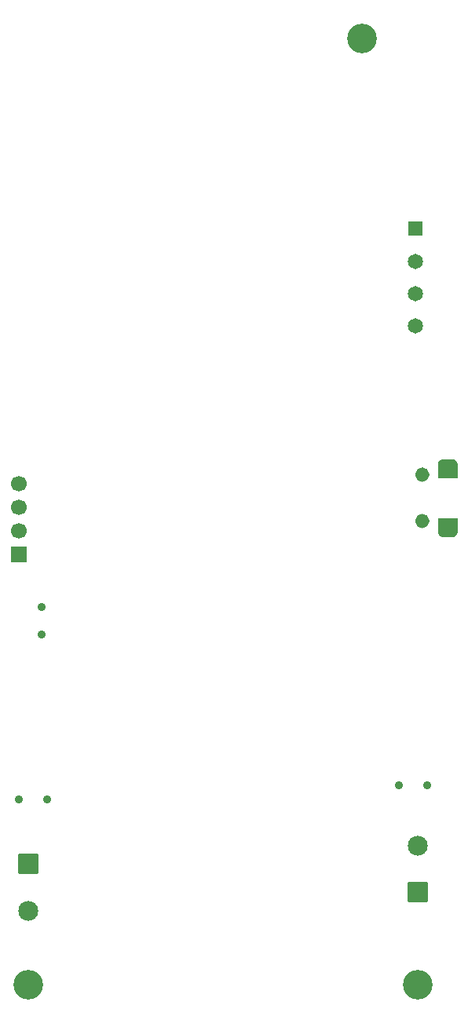
<source format=gbr>
G04 #@! TF.GenerationSoftware,KiCad,Pcbnew,9.0.4*
G04 #@! TF.CreationDate,2025-12-10T12:01:20-06:00*
G04 #@! TF.ProjectId,flightcompv2,666c6967-6874-4636-9f6d-7076322e6b69,rev?*
G04 #@! TF.SameCoordinates,Original*
G04 #@! TF.FileFunction,Soldermask,Bot*
G04 #@! TF.FilePolarity,Negative*
%FSLAX46Y46*%
G04 Gerber Fmt 4.6, Leading zero omitted, Abs format (unit mm)*
G04 Created by KiCad (PCBNEW 9.0.4) date 2025-12-10 12:01:20*
%MOMM*%
%LPD*%
G01*
G04 APERTURE LIST*
G04 Aperture macros list*
%AMRoundRect*
0 Rectangle with rounded corners*
0 $1 Rounding radius*
0 $2 $3 $4 $5 $6 $7 $8 $9 X,Y pos of 4 corners*
0 Add a 4 corners polygon primitive as box body*
4,1,4,$2,$3,$4,$5,$6,$7,$8,$9,$2,$3,0*
0 Add four circle primitives for the rounded corners*
1,1,$1+$1,$2,$3*
1,1,$1+$1,$4,$5*
1,1,$1+$1,$6,$7*
1,1,$1+$1,$8,$9*
0 Add four rect primitives between the rounded corners*
20,1,$1+$1,$2,$3,$4,$5,0*
20,1,$1+$1,$4,$5,$6,$7,0*
20,1,$1+$1,$6,$7,$8,$9,0*
20,1,$1+$1,$8,$9,$2,$3,0*%
G04 Aperture macros list end*
%ADD10C,0.788500*%
%ADD11C,0.010000*%
%ADD12C,0.900000*%
%ADD13R,1.650000X1.650000*%
%ADD14C,1.650000*%
%ADD15RoundRect,0.102000X-0.975000X0.975000X-0.975000X-0.975000X0.975000X-0.975000X0.975000X0.975000X0*%
%ADD16C,2.154000*%
%ADD17C,3.200000*%
%ADD18R,1.700000X1.700000*%
%ADD19C,1.700000*%
%ADD20RoundRect,0.102000X0.975000X-0.975000X0.975000X0.975000X-0.975000X0.975000X-0.975000X-0.975000X0*%
G04 APERTURE END LIST*
D10*
X202369250Y-88500000D02*
G75*
G02*
X201580750Y-88500000I-394250J0D01*
G01*
X201580750Y-88500000D02*
G75*
G02*
X202369250Y-88500000I394250J0D01*
G01*
X202369250Y-93500000D02*
G75*
G02*
X201580750Y-93500000I-394250J0D01*
G01*
X201580750Y-93500000D02*
G75*
G02*
X202369250Y-93500000I394250J0D01*
G01*
D11*
X205184000Y-86840000D02*
X205213000Y-86843000D01*
X205242000Y-86849000D01*
X205271000Y-86856000D01*
X205299000Y-86864000D01*
X205327000Y-86874000D01*
X205354000Y-86885000D01*
X205381000Y-86898000D01*
X205407000Y-86912000D01*
X205432000Y-86927000D01*
X205456000Y-86944000D01*
X205480000Y-86962000D01*
X205502000Y-86981000D01*
X205523000Y-87002000D01*
X205544000Y-87023000D01*
X205563000Y-87045000D01*
X205581000Y-87069000D01*
X205598000Y-87093000D01*
X205613000Y-87118000D01*
X205627000Y-87144000D01*
X205640000Y-87171000D01*
X205651000Y-87198000D01*
X205661000Y-87226000D01*
X205669000Y-87254000D01*
X205676000Y-87283000D01*
X205682000Y-87312000D01*
X205685000Y-87341000D01*
X205688000Y-87371000D01*
X205689000Y-87400000D01*
X205688500Y-88763500D01*
X205689000Y-88764000D01*
X203662000Y-88764000D01*
X203662000Y-87400000D01*
X203662000Y-87371000D01*
X203665000Y-87341000D01*
X203668000Y-87312000D01*
X203674000Y-87283000D01*
X203681000Y-87254000D01*
X203689000Y-87226000D01*
X203699000Y-87198000D01*
X203710000Y-87171000D01*
X203723000Y-87144000D01*
X203737000Y-87118000D01*
X203752000Y-87093000D01*
X203769000Y-87069000D01*
X203787000Y-87045000D01*
X203806000Y-87023000D01*
X203827000Y-87002000D01*
X203848000Y-86981000D01*
X203870000Y-86962000D01*
X203894000Y-86944000D01*
X203918000Y-86927000D01*
X203943000Y-86912000D01*
X203969000Y-86898000D01*
X203996000Y-86885000D01*
X204023000Y-86874000D01*
X204051000Y-86864000D01*
X204079000Y-86856000D01*
X204108000Y-86849000D01*
X204137000Y-86843000D01*
X204166000Y-86840000D01*
X204196000Y-86837000D01*
X204225000Y-86837000D01*
X205125000Y-86837000D01*
X205154000Y-86837000D01*
X205184000Y-86840000D01*
G36*
X205184000Y-86840000D02*
G01*
X205213000Y-86843000D01*
X205242000Y-86849000D01*
X205271000Y-86856000D01*
X205299000Y-86864000D01*
X205327000Y-86874000D01*
X205354000Y-86885000D01*
X205381000Y-86898000D01*
X205407000Y-86912000D01*
X205432000Y-86927000D01*
X205456000Y-86944000D01*
X205480000Y-86962000D01*
X205502000Y-86981000D01*
X205523000Y-87002000D01*
X205544000Y-87023000D01*
X205563000Y-87045000D01*
X205581000Y-87069000D01*
X205598000Y-87093000D01*
X205613000Y-87118000D01*
X205627000Y-87144000D01*
X205640000Y-87171000D01*
X205651000Y-87198000D01*
X205661000Y-87226000D01*
X205669000Y-87254000D01*
X205676000Y-87283000D01*
X205682000Y-87312000D01*
X205685000Y-87341000D01*
X205688000Y-87371000D01*
X205689000Y-87400000D01*
X205688500Y-88763500D01*
X205689000Y-88764000D01*
X203662000Y-88764000D01*
X203662000Y-87400000D01*
X203662000Y-87371000D01*
X203665000Y-87341000D01*
X203668000Y-87312000D01*
X203674000Y-87283000D01*
X203681000Y-87254000D01*
X203689000Y-87226000D01*
X203699000Y-87198000D01*
X203710000Y-87171000D01*
X203723000Y-87144000D01*
X203737000Y-87118000D01*
X203752000Y-87093000D01*
X203769000Y-87069000D01*
X203787000Y-87045000D01*
X203806000Y-87023000D01*
X203827000Y-87002000D01*
X203848000Y-86981000D01*
X203870000Y-86962000D01*
X203894000Y-86944000D01*
X203918000Y-86927000D01*
X203943000Y-86912000D01*
X203969000Y-86898000D01*
X203996000Y-86885000D01*
X204023000Y-86874000D01*
X204051000Y-86864000D01*
X204079000Y-86856000D01*
X204108000Y-86849000D01*
X204137000Y-86843000D01*
X204166000Y-86840000D01*
X204196000Y-86837000D01*
X204225000Y-86837000D01*
X205125000Y-86837000D01*
X205154000Y-86837000D01*
X205184000Y-86840000D01*
G37*
X205688500Y-93236500D02*
X205689000Y-94600000D01*
X205688000Y-94629000D01*
X205685000Y-94659000D01*
X205682000Y-94688000D01*
X205676000Y-94717000D01*
X205669000Y-94746000D01*
X205661000Y-94774000D01*
X205651000Y-94802000D01*
X205640000Y-94829000D01*
X205627000Y-94856000D01*
X205613000Y-94882000D01*
X205598000Y-94907000D01*
X205581000Y-94931000D01*
X205563000Y-94955000D01*
X205544000Y-94977000D01*
X205523000Y-94998000D01*
X205502000Y-95019000D01*
X205480000Y-95038000D01*
X205456000Y-95056000D01*
X205432000Y-95073000D01*
X205407000Y-95088000D01*
X205381000Y-95102000D01*
X205354000Y-95115000D01*
X205327000Y-95126000D01*
X205299000Y-95136000D01*
X205271000Y-95144000D01*
X205242000Y-95151000D01*
X205213000Y-95157000D01*
X205184000Y-95160000D01*
X205154000Y-95163000D01*
X205125000Y-95163000D01*
X204225000Y-95163000D01*
X204196000Y-95163000D01*
X204166000Y-95160000D01*
X204137000Y-95157000D01*
X204108000Y-95151000D01*
X204079000Y-95144000D01*
X204051000Y-95136000D01*
X204023000Y-95126000D01*
X203996000Y-95115000D01*
X203969000Y-95102000D01*
X203943000Y-95088000D01*
X203918000Y-95073000D01*
X203894000Y-95056000D01*
X203870000Y-95038000D01*
X203848000Y-95019000D01*
X203827000Y-94998000D01*
X203806000Y-94977000D01*
X203787000Y-94955000D01*
X203769000Y-94931000D01*
X203752000Y-94907000D01*
X203737000Y-94882000D01*
X203723000Y-94856000D01*
X203710000Y-94829000D01*
X203699000Y-94802000D01*
X203689000Y-94774000D01*
X203681000Y-94746000D01*
X203674000Y-94717000D01*
X203668000Y-94688000D01*
X203665000Y-94659000D01*
X203662000Y-94629000D01*
X203662000Y-94600000D01*
X203662000Y-93236000D01*
X205689000Y-93236000D01*
X205688500Y-93236500D01*
G36*
X205688500Y-93236500D02*
G01*
X205689000Y-94600000D01*
X205688000Y-94629000D01*
X205685000Y-94659000D01*
X205682000Y-94688000D01*
X205676000Y-94717000D01*
X205669000Y-94746000D01*
X205661000Y-94774000D01*
X205651000Y-94802000D01*
X205640000Y-94829000D01*
X205627000Y-94856000D01*
X205613000Y-94882000D01*
X205598000Y-94907000D01*
X205581000Y-94931000D01*
X205563000Y-94955000D01*
X205544000Y-94977000D01*
X205523000Y-94998000D01*
X205502000Y-95019000D01*
X205480000Y-95038000D01*
X205456000Y-95056000D01*
X205432000Y-95073000D01*
X205407000Y-95088000D01*
X205381000Y-95102000D01*
X205354000Y-95115000D01*
X205327000Y-95126000D01*
X205299000Y-95136000D01*
X205271000Y-95144000D01*
X205242000Y-95151000D01*
X205213000Y-95157000D01*
X205184000Y-95160000D01*
X205154000Y-95163000D01*
X205125000Y-95163000D01*
X204225000Y-95163000D01*
X204196000Y-95163000D01*
X204166000Y-95160000D01*
X204137000Y-95157000D01*
X204108000Y-95151000D01*
X204079000Y-95144000D01*
X204051000Y-95136000D01*
X204023000Y-95126000D01*
X203996000Y-95115000D01*
X203969000Y-95102000D01*
X203943000Y-95088000D01*
X203918000Y-95073000D01*
X203894000Y-95056000D01*
X203870000Y-95038000D01*
X203848000Y-95019000D01*
X203827000Y-94998000D01*
X203806000Y-94977000D01*
X203787000Y-94955000D01*
X203769000Y-94931000D01*
X203752000Y-94907000D01*
X203737000Y-94882000D01*
X203723000Y-94856000D01*
X203710000Y-94829000D01*
X203699000Y-94802000D01*
X203689000Y-94774000D01*
X203681000Y-94746000D01*
X203674000Y-94717000D01*
X203668000Y-94688000D01*
X203665000Y-94659000D01*
X203662000Y-94629000D01*
X203662000Y-94600000D01*
X203662000Y-93236000D01*
X205689000Y-93236000D01*
X205688500Y-93236500D01*
G37*
D12*
X160950000Y-105750000D03*
X160950000Y-102750000D03*
D13*
X201195000Y-62000000D03*
D14*
X201195000Y-65500000D03*
X201195000Y-69000000D03*
X201195000Y-72500000D03*
D15*
X159500000Y-130500000D03*
D16*
X159500000Y-135500000D03*
D17*
X201500000Y-143500000D03*
D12*
X199500000Y-122000000D03*
X202500000Y-122000000D03*
D17*
X195500000Y-41500000D03*
D18*
X158500000Y-97120000D03*
D19*
X158500000Y-94580000D03*
X158500000Y-92040000D03*
X158500000Y-89500000D03*
D20*
X201500000Y-133500000D03*
D16*
X201500000Y-128500000D03*
D12*
X158500000Y-123500000D03*
X161500000Y-123500000D03*
D17*
X159500000Y-143500000D03*
M02*

</source>
